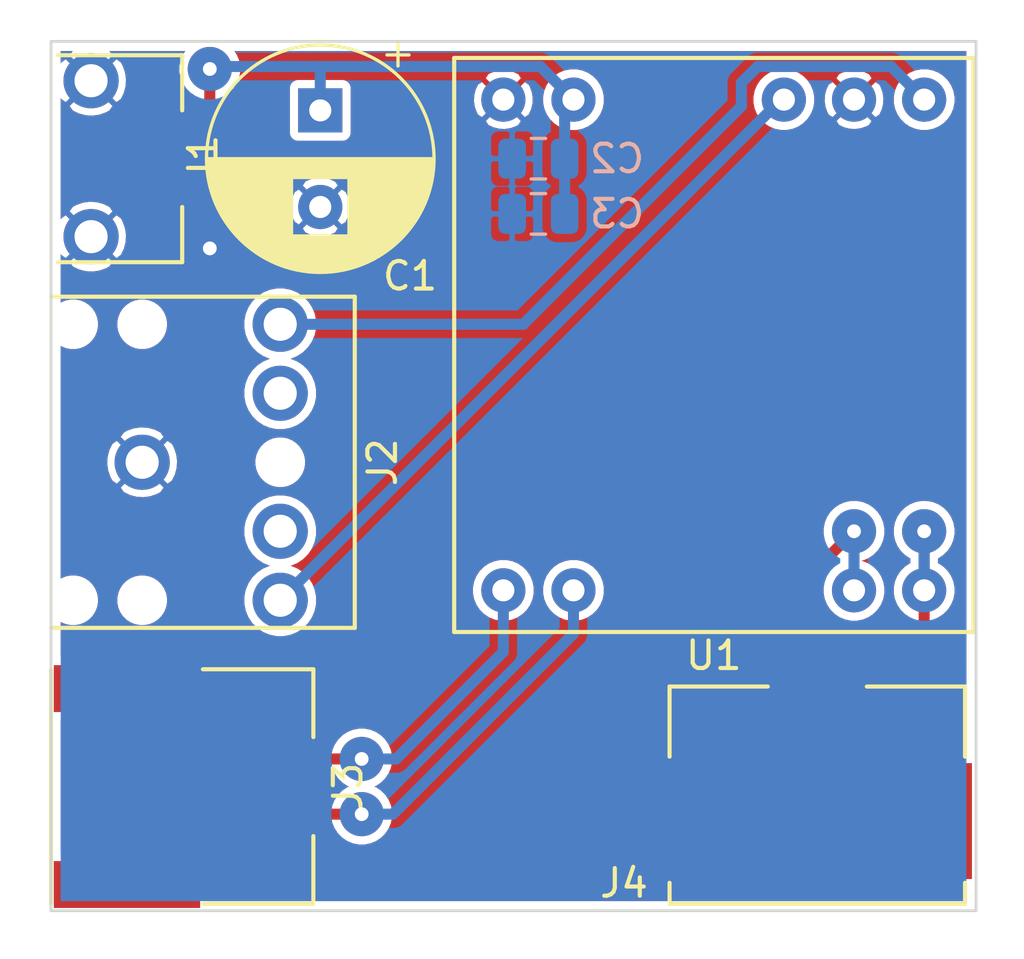
<source format=kicad_pcb>
(kicad_pcb (version 20221018) (generator pcbnew)
  (layers (0 "F.Cu" signal) (31 "B.Cu" signal) (34 "B.Paste" user) (35 "F.Paste" user) (36 "B.SilkS" user "B.Silkscreen") (37 "F.SilkS" user "F.Silkscreen") (38 "B.Mask" user) (39 "F.Mask" user) (44 "Edge.Cuts" user))
  (net 0 "")
  (net 1 "GND")
  (net 2 "+5V")
  (net 3 "Net-(J1-Pad4)")
  (net 4 "Net-(J1-Pad3)")
  (net 5 "Net-(J1-Pad2)")
  (net 6 "/LEFT_IN")
  (net 7 "Net-(J2-PadTN)")
  (net 8 "Net-(J2-PadRN)")
  (net 9 "/RIGHT_IN")
  (net 10 "Net-(J3-Pad1)")
  (net 11 "Net-(J3-Pad2)")
  (net 12 "Net-(J4-Pad1)")
  (net 13 "Net-(J4-Pad2)")
  (footprint "Capacitor_THT:CP_Radial_D8.0mm_P3.50mm" (layer "F.Cu") (at 137.5 112 -90)
    (fp_text reference "C1" (at 6 -3.25 180) (layer "F.SilkS"))
    (fp_text value "1m")
    (fp_line (start -2.409698 -2.815) (end -1.609698 -2.815) (stroke (width 0.12)) (layer "F.SilkS"))
    (fp_line (start -2.009698 -3.215) (end -2.009698 -2.415) (stroke (width 0.12)) (layer "F.SilkS"))
    (fp_line (start 1.75 -4.08) (end 1.75 4.08) (stroke (width 0.12)) (layer "F.SilkS"))
    (fp_line (start 1.79 -4.08) (end 1.79 4.08) (stroke (width 0.12)) (layer "F.SilkS"))
    (fp_line (start 1.83 -4.08) (end 1.83 4.08) (stroke (width 0.12)) (layer "F.SilkS"))
    (fp_line (start 1.87 -4.079) (end 1.87 4.079) (stroke (width 0.12)) (layer "F.SilkS"))
    (fp_line (start 1.91 -4.077) (end 1.91 4.077) (stroke (width 0.12)) (layer "F.SilkS"))
    (fp_line (start 1.95 -4.076) (end 1.95 4.076) (stroke (width 0.12)) (layer "F.SilkS"))
    (fp_line (start 1.99 -4.074) (end 1.99 4.074) (stroke (width 0.12)) (layer "F.SilkS"))
    (fp_line (start 2.03 -4.071) (end 2.03 4.071) (stroke (width 0.12)) (layer "F.SilkS"))
    (fp_line (start 2.07 -4.068) (end 2.07 4.068) (stroke (width 0.12)) (layer "F.SilkS"))
    (fp_line (start 2.11 -4.065) (end 2.11 4.065) (stroke (width 0.12)) (layer "F.SilkS"))
    (fp_line (start 2.15 -4.061) (end 2.15 4.061) (stroke (width 0.12)) (layer "F.SilkS"))
    (fp_line (start 2.19 -4.057) (end 2.19 4.057) (stroke (width 0.12)) (layer "F.SilkS"))
    (fp_line (start 2.23 -4.052) (end 2.23 4.052) (stroke (width 0.12)) (layer "F.SilkS"))
    (fp_line (start 2.27 -4.048) (end 2.27 4.048) (stroke (width 0.12)) (layer "F.SilkS"))
    (fp_line (start 2.31 -4.042) (end 2.31 4.042) (stroke (width 0.12)) (layer "F.SilkS"))
    (fp_line (start 2.35 -4.037) (end 2.35 4.037) (stroke (width 0.12)) (layer "F.SilkS"))
    (fp_line (start 2.39 -4.03) (end 2.39 4.03) (stroke (width 0.12)) (layer "F.SilkS"))
    (fp_line (start 2.43 -4.024) (end 2.43 4.024) (stroke (width 0.12)) (layer "F.SilkS"))
    (fp_line (start 2.471 -4.017) (end 2.471 -1.04) (stroke (width 0.12)) (layer "F.SilkS"))
    (fp_line (start 2.471 1.04) (end 2.471 4.017) (stroke (width 0.12)) (layer "F.SilkS"))
    (fp_line (start 2.511 -4.01) (end 2.511 -1.04) (stroke (width 0.12)) (layer "F.SilkS"))
    (fp_line (start 2.511 1.04) (end 2.511 4.01) (stroke (width 0.12)) (layer "F.SilkS"))
    (fp_line (start 2.551 -4.002) (end 2.551 -1.04) (stroke (width 0.12)) (layer "F.SilkS"))
    (fp_line (start 2.551 1.04) (end 2.551 4.002) (stroke (width 0.12)) (layer "F.SilkS"))
    (fp_line (start 2.591 -3.994) (end 2.591 -1.04) (stroke (width 0.12)) (layer "F.SilkS"))
    (fp_line (start 2.591 1.04) (end 2.591 3.994) (stroke (width 0.12)) (layer "F.SilkS"))
    (fp_line (start 2.631 -3.985) (end 2.631 -1.04) (stroke (width 0.12)) (layer "F.SilkS"))
    (fp_line (start 2.631 1.04) (end 2.631 3.985) (stroke (width 0.12)) (layer "F.SilkS"))
    (fp_line (start 2.671 -3.976) (end 2.671 -1.04) (stroke (width 0.12)) (layer "F.SilkS"))
    (fp_line (start 2.671 1.04) (end 2.671 3.976) (stroke (width 0.12)) (layer "F.SilkS"))
    (fp_line (start 2.711 -3.967) (end 2.711 -1.04) (stroke (width 0.12)) (layer "F.SilkS"))
    (fp_line (start 2.711 1.04) (end 2.711 3.967) (stroke (width 0.12)) (layer "F.SilkS"))
    (fp_line (start 2.751 -3.957) (end 2.751 -1.04) (stroke (width 0.12)) (layer "F.SilkS"))
    (fp_line (start 2.751 1.04) (end 2.751 3.957) (stroke (width 0.12)) (layer "F.SilkS"))
    (fp_line (start 2.791 -3.947) (end 2.791 -1.04) (stroke (width 0.12)) (layer "F.SilkS"))
    (fp_line (start 2.791 1.04) (end 2.791 3.947) (stroke (width 0.12)) (layer "F.SilkS"))
    (fp_line (start 2.831 -3.936) (end 2.831 -1.04) (stroke (width 0.12)) (layer "F.SilkS"))
    (fp_line (start 2.831 1.04) (end 2.831 3.936) (stroke (width 0.12)) (layer "F.SilkS"))
    (fp_line (start 2.871 -3.925) (end 2.871 -1.04) (stroke (width 0.12)) (layer "F.SilkS"))
    (fp_line (start 2.871 1.04) (end 2.871 3.925) (stroke (width 0.12)) (layer "F.SilkS"))
    (fp_line (start 2.911 -3.914) (end 2.911 -1.04) (stroke (width 0.12)) (layer "F.SilkS"))
    (fp_line (start 2.911 1.04) (end 2.911 3.914) (stroke (width 0.12)) (layer "F.SilkS"))
    (fp_line (start 2.951 -3.902) (end 2.951 -1.04) (stroke (width 0.12)) (layer "F.SilkS"))
    (fp_line (start 2.951 1.04) (end 2.951 3.902) (stroke (width 0.12)) (layer "F.SilkS"))
    (fp_line (start 2.991 -3.889) (end 2.991 -1.04) (stroke (width 0.12)) (layer "F.SilkS"))
    (fp_line (start 2.991 1.04) (end 2.991 3.889) (stroke (width 0.12)) (layer "F.SilkS"))
    (fp_line (start 3.031 -3.877) (end 3.031 -1.04) (stroke (width 0.12)) (layer "F.SilkS"))
    (fp_line (start 3.031 1.04) (end 3.031 3.877) (stroke (width 0.12)) (layer "F.SilkS"))
    (fp_line (start 3.071 -3.863) (end 3.071 -1.04) (stroke (width 0.12)) (layer "F.SilkS"))
    (fp_line (start 3.071 1.04) (end 3.071 3.863) (stroke (width 0.12)) (layer "F.SilkS"))
    (fp_line (start 3.111 -3.85) (end 3.111 -1.04) (stroke (width 0.12)) (layer "F.SilkS"))
    (fp_line (start 3.111 1.04) (end 3.111 3.85) (stroke (width 0.12)) (layer "F.SilkS"))
    (fp_line (start 3.151 -3.835) (end 3.151 -1.04) (stroke (width 0.12)) (layer "F.SilkS"))
    (fp_line (start 3.151 1.04) (end 3.151 3.835) (stroke (width 0.12)) (layer "F.SilkS"))
    (fp_line (start 3.191 -3.821) (end 3.191 -1.04) (stroke (width 0.12)) (layer "F.SilkS"))
    (fp_line (start 3.191 1.04) (end 3.191 3.821) (stroke (width 0.12)) (layer "F.SilkS"))
    (fp_line (start 3.231 -3.805) (end 3.231 -1.04) (stroke (width 0.12)) (layer "F.SilkS"))
    (fp_line (start 3.231 1.04) (end 3.231 3.805) (stroke (width 0.12)) (layer "F.SilkS"))
    (fp_line (start 3.271 -3.79) (end 3.271 -1.04) (stroke (width 0.12)) (layer "F.SilkS"))
    (fp_line (start 3.271 1.04) (end 3.271 3.79) (stroke (width 0.12)) (layer "F.SilkS"))
    (fp_line (start 3.311 -3.774) (end 3.311 -1.04) (stroke (width 0.12)) (layer "F.SilkS"))
    (fp_line (start 3.311 1.04) (end 3.311 3.774) (stroke (width 0.12)) (layer "F.SilkS"))
    (fp_line (start 3.351 -3.757) (end 3.351 -1.04) (stroke (width 0.12)) (layer "F.SilkS"))
    (fp_line (start 3.351 1.04) (end 3.351 3.757) (stroke (width 0.12)) (layer "F.SilkS"))
    (fp_line (start 3.391 -3.74) (end 3.391 -1.04) (stroke (width 0.12)) (layer "F.SilkS"))
    (fp_line (start 3.391 1.04) (end 3.391 3.74) (stroke (width 0.12)) (layer "F.SilkS"))
    (fp_line (start 3.431 -3.722) (end 3.431 -1.04) (stroke (width 0.12)) (layer "F.SilkS"))
    (fp_line (start 3.431 1.04) (end 3.431 3.722) (stroke (width 0.12)) (layer "F.SilkS"))
    (fp_line (start 3.471 -3.704) (end 3.471 -1.04) (stroke (width 0.12)) (layer "F.SilkS"))
    (fp_line (start 3.471 1.04) (end 3.471 3.704) (stroke (width 0.12)) (layer "F.SilkS"))
    (fp_line (start 3.511 -3.686) (end 3.511 -1.04) (stroke (width 0.12)) (layer "F.SilkS"))
    (fp_line (start 3.511 1.04) (end 3.511 3.686) (stroke (width 0.12)) (layer "F.SilkS"))
    (fp_line (start 3.551 -3.666) (end 3.551 -1.04) (stroke (width 0.12)) (layer "F.SilkS"))
    (fp_line (start 3.551 1.04) (end 3.551 3.666) (stroke (width 0.12)) (layer "F.SilkS"))
    (fp_line (start 3.591 -3.647) (end 3.591 -1.04) (stroke (width 0.12)) (layer "F.SilkS"))
    (fp_line (start 3.591 1.04) (end 3.591 3.647) (stroke (width 0.12)) (layer "F.SilkS"))
    (fp_line (start 3.631 -3.627) (end 3.631 -1.04) (stroke (width 0.12)) (layer "F.SilkS"))
    (fp_line (start 3.631 1.04) (end 3.631 3.627) (stroke (width 0.12)) (layer "F.SilkS"))
    (fp_line (start 3.671 -3.606) (end 3.671 -1.04) (stroke (width 0.12)) (layer "F.SilkS"))
    (fp_line (start 3.671 1.04) (end 3.671 3.606) (stroke (width 0.12)) (layer "F.SilkS"))
    (fp_line (start 3.711 -3.584) (end 3.711 -1.04) (stroke (width 0.12)) (layer "F.SilkS"))
    (fp_line (start 3.711 1.04) (end 3.711 3.584) (stroke (width 0.12)) (layer "F.SilkS"))
    (fp_line (start 3.751 -3.562) (end 3.751 -1.04) (stroke (width 0.12)) (layer "F.SilkS"))
    (fp_line (start 3.751 1.04) (end 3.751 3.562) (stroke (width 0.12)) (layer "F.SilkS"))
    (fp_line (start 3.791 -3.54) (end 3.791 -1.04) (stroke (width 0.12)) (layer "F.SilkS"))
    (fp_line (start 3.791 1.04) (end 3.791 3.54) (stroke (width 0.12)) (layer "F.SilkS"))
    (fp_line (start 3.831 -3.517) (end 3.831 -1.04) (stroke (width 0.12)) (layer "F.SilkS"))
    (fp_line (start 3.831 1.04) (end 3.831 3.517) (stroke (width 0.12)) (layer "F.SilkS"))
    (fp_line (start 3.871 -3.493) (end 3.871 -1.04) (stroke (width 0.12)) (layer "F.SilkS"))
    (fp_line (start 3.871 1.04) (end 3.871 3.493) (stroke (width 0.12)) (layer "F.SilkS"))
    (fp_line (start 3.911 -3.469) (end 3.911 -1.04) (stroke (width 0.12)) (layer "F.SilkS"))
    (fp_line (start 3.911 1.04) (end 3.911 3.469) (stroke (width 0.12)) (layer "F.SilkS"))
    (fp_line (start 3.951 -3.444) (end 3.951 -1.04) (stroke (width 0.12)) (layer "F.SilkS"))
    (fp_line (start 3.951 1.04) (end 3.951 3.444) (stroke (width 0.12)) (layer "F.SilkS"))
    (fp_line (start 3.991 -3.418) (end 3.991 -1.04) (stroke (width 0.12)) (layer "F.SilkS"))
    (fp_line (start 3.991 1.04) (end 3.991 3.418) (stroke (width 0.12)) (layer "F.SilkS"))
    (fp_line (start 4.031 -3.392) (end 4.031 -1.04) (stroke (width 0.12)) (layer "F.SilkS"))
    (fp_line (start 4.031 1.04) (end 4.031 3.392) (stroke (width 0.12)) (layer "F.SilkS"))
    (fp_line (start 4.071 -3.365) (end 4.071 -1.04) (stroke (width 0.12)) (layer "F.SilkS"))
    (fp_line (start 4.071 1.04) (end 4.071 3.365) (stroke (width 0.12)) (layer "F.SilkS"))
    (fp_line (start 4.111 -3.338) (end 4.111 -1.04) (stroke (width 0.12)) (layer "F.SilkS"))
    (fp_line (start 4.111 1.04) (end 4.111 3.338) (stroke (width 0.12)) (layer "F.SilkS"))
    (fp_line (start 4.151 -3.309) (end 4.151 -1.04) (stroke (width 0.12)) (layer "F.SilkS"))
    (fp_line (start 4.151 1.04) (end 4.151 3.309) (stroke (width 0.12)) (layer "F.SilkS"))
    (fp_line (start 4.191 -3.28) (end 4.191 -1.04) (stroke (width 0.12)) (layer "F.SilkS"))
    (fp_line (start 4.191 1.04) (end 4.191 3.28) (stroke (width 0.12)) (layer "F.SilkS"))
    (fp_line (start 4.231 -3.25) (end 4.231 -1.04) (stroke (width 0.12)) (layer "F.SilkS"))
    (fp_line (start 4.231 1.04) (end 4.231 3.25) (stroke (width 0.12)) (layer "F.SilkS"))
    (fp_line (start 4.271 -3.22) (end 4.271 -1.04) (stroke (width 0.12)) (layer "F.SilkS"))
    (fp_line (start 4.271 1.04) (end 4.271 3.22) (stroke (width 0.12)) (layer "F.SilkS"))
    (fp_line (start 4.311 -3.189) (end 4.311 -1.04) (stroke (width 0.12)) (layer "F.SilkS"))
    (fp_line (start 4.311 1.04) (end 4.311 3.189) (stroke (width 0.12)) (layer "F.SilkS"))
    (fp_line (start 4.351 -3.156) (end 4.351 -1.04) (stroke (width 0.12)) (layer "F.SilkS"))
    (fp_line (start 4.351 1.04) (end 4.351 3.156) (stroke (width 0.12)) (layer "F.SilkS"))
    (fp_line (start 4.391 -3.124) (end 4.391 -1.04) (stroke (width 0.12)) (layer "F.SilkS"))
    (fp_line (start 4.391 1.04) (end 4.391 3.124) (stroke (width 0.12)) (layer "F.SilkS"))
    (fp_line (start 4.431 -3.09) (end 4.431 -1.04) (stroke (width 0.12)) (layer "F.SilkS"))
    (fp_line (start 4.431 1.04) (end 4.431 3.09) (stroke (width 0.12)) (layer "F.SilkS"))
    (fp_line (start 4.471 -3.055) (end 4.471 -1.04) (stroke (width 0.12)) (layer "F.SilkS"))
    (fp_line (start 4.471 1.04) (end 4.471 3.055) (stroke (width 0.12)) (layer "F.SilkS"))
    (fp_line (start 4.511 -3.019) (end 4.511 -1.04) (stroke (width 0.12)) (layer "F.SilkS"))
    (fp_line (start 4.511 1.04) (end 4.511 3.019) (stroke (width 0.12)) (layer "F.SilkS"))
    (fp_line (start 4.551 -2.983) (end 4.551 2.983) (stroke (width 0.12)) (layer "F.SilkS"))
    (fp_line (start 4.591 -2.945) (end 4.591 2.945) (stroke (width 0.12)) (layer "F.SilkS"))
    (fp_line (start 4.631 -2.907) (end 4.631 2.907) (stroke (width 0.12)) (layer "F.SilkS"))
    (fp_line (start 4.671 -2.867) (end 4.671 2.867) (stroke (width 0.12)) (layer "F.SilkS"))
    (fp_line (start 4.711 -2.826) (end 4.711 2.826) (stroke (width 0.12)) (layer "F.SilkS"))
    (fp_line (start 4.751 -2.784) (end 4.751 2.784) (stroke (width 0.12)) (layer "F.SilkS"))
    (fp_line (start 4.791 -2.741) (end 4.791 2.741) (stroke (width 0.12)) (layer "F.SilkS"))
    (fp_line (start 4.831 -2.697) (end 4.831 2.697) (stroke (width 0.12)) (layer "F.SilkS"))
    (fp_line (start 4.871 -2.651) (end 4.871 2.651) (stroke (width 0.12)) (layer "F.SilkS"))
    (fp_line (start 4.911 -2.604) (end 4.911 2.604) (stroke (width 0.12)) (layer "F.SilkS"))
    (fp_line (start 4.951 -2.556) (end 4.951 2.556) (stroke (width 0.12)) (layer "F.SilkS"))
    (fp_line (start 4.991 -2.505) (end 4.991 2.505) (stroke (width 0.12)) (layer "F.SilkS"))
    (fp_line (start 5.031 -2.454) (end 5.031 2.454) (stroke (width 0.12)) (layer "F.SilkS"))
    (fp_line (start 5.071 -2.4) (end 5.071 2.4) (stroke (width 0.12)) (layer "F.SilkS"))
    (fp_line (start 5.111 -2.345) (end 5.111 2.345) (stroke (width 0.12)) (layer "F.SilkS"))
    (fp_line (start 5.151 -2.287) (end 5.151 2.287) (stroke (width 0.12)) (layer "F.SilkS"))
    (fp_line (start 5.191 -2.228) (end 5.191 2.228) (stroke (width 0.12)) (layer "F.SilkS"))
    (fp_line (start 5.231 -2.166) (end 5.231 2.166) (stroke (width 0.12)) (layer "F.SilkS"))
    (fp_line (start 5.271 -2.102) (end 5.271 2.102) (stroke (width 0.12)) (layer "F.SilkS"))
    (fp_line (start 5.311 -2.034) (end 5.311 2.034) (stroke (width 0.12)) (layer "F.SilkS"))
    (fp_line (start 5.351 -1.964) (end 5.351 1.964) (stroke (width 0.12)) (layer "F.SilkS"))
    (fp_line (start 5.391 -1.89) (end 5.391 1.89) (stroke (width 0.12)) (layer "F.SilkS"))
    (fp_line (start 5.431 -1.813) (end 5.431 1.813) (stroke (width 0.12)) (layer "F.SilkS"))
    (fp_line (start 5.471 -1.731) (end 5.471 1.731) (stroke (width 0.12)) (layer "F.SilkS"))
    (fp_line (start 5.511 -1.645) (end 5.511 1.645) (stroke (width 0.12)) (layer "F.SilkS"))
    (fp_line (start 5.551 -1.552) (end 5.551 1.552) (stroke (width 0.12)) (layer "F.SilkS"))
    (fp_line (start 5.591 -1.453) (end 5.591 1.453) (stroke (width 0.12)) (layer "F.SilkS"))
    (fp_line (start 5.631 -1.346) (end 5.631 1.346) (stroke (width 0.12)) (layer "F.SilkS"))
    (fp_line (start 5.671 -1.229) (end 5.671 1.229) (stroke (width 0.12)) (layer "F.SilkS"))
    (fp_line (start 5.711 -1.098) (end 5.711 1.098) (stroke (width 0.12)) (layer "F.SilkS"))
    (fp_line (start 5.751 -0.948) (end 5.751 0.948) (stroke (width 0.12)) (layer "F.SilkS"))
    (fp_line (start 5.791 -0.768) (end 5.791 0.768) (stroke (width 0.12)) (layer "F.SilkS"))
    (fp_line (start 5.831 -0.533) (end 5.831 0.533) (stroke (width 0.12)) (layer "F.SilkS"))
    (fp_circle (center 1.75 0) (end 5.87 0) (stroke (width 0.12)) (fill none) (layer "F.SilkS"))
    (pad "1" thru_hole rect (at 0 0 270) (size 1.6 1.6) (drill 0.8) (layers "*.Cu" "*.Mask") (net 2 "+5V"))
    (pad "2" thru_hole circle (at 3.5 0 270) (size 1.6 1.6) (drill 0.8) (layers "*.Cu" "*.Mask") (net 1 "GND"))
  )
  (footprint "extraparts:USB_Micro-B_U254-05" (layer "F.Cu") (at 127.75 113.75 -90)
    (fp_text reference "J1" (at 0 -5.5 -90) (layer "F.SilkS"))
    (fp_text value "USB_B_Micro")
    (fp_line (start -3.75 -4.75) (end -3.75 -0.25) (stroke (width 0.15)) (layer "F.SilkS"))
    (fp_line (start -1.75 -4.75) (end -3.75 -4.75) (stroke (width 0.15)) (layer "F.SilkS"))
    (fp_line (start 1.75 -4.75) (end 3.75 -4.75) (stroke (width 0.15)) (layer "F.SilkS"))
    (fp_line (start 3.75 -4.75) (end 3.75 -0.25) (stroke (width 0.15)) (layer "F.SilkS"))
    (pad "1" smd rect (at -1.3 -4.1 270) (size 0.4 1.4) (layers "F.Cu" "F.Paste" "F.Mask") (net 2 "+5V"))
    (pad "2" smd rect (at -0.65 -4.1 270) (size 0.4 1.4) (layers "F.Cu" "F.Paste" "F.Mask") (net 5 "Net-(J1-Pad2)"))
    (pad "3" smd rect (at 0 -4.1 270) (size 0.4 1.4) (layers "F.Cu" "F.Paste" "F.Mask") (net 4 "Net-(J1-Pad3)"))
    (pad "4" smd rect (at 0.65 -4.1 270) (size 0.4 1.4) (layers "F.Cu" "F.Paste" "F.Mask") (net 3 "Net-(J1-Pad4)"))
    (pad "5" smd rect (at 1.3 -4.1 270) (size 0.4 1.4) (layers "F.Cu" "F.Paste" "F.Mask") (net 1 "GND"))
    (pad "6" smd rect (at -3.1 -3.95 270) (size 1 1) (layers "F.Cu" "F.Paste" "F.Mask") (net 1 "GND"))
    (pad "6" thru_hole circle (at -2.825 -1.45 270) (size 2 2) (drill 1.2) (layers "*.Cu" "*.Mask") (net 1 "GND"))
    (pad "6" thru_hole circle (at 2.825 -1.45 270) (size 2 2) (drill 1.2) (layers "*.Cu" "*.Mask") (net 1 "GND"))
    (pad "6" smd rect (at 3.1 -3.95 270) (size 1 1) (layers "F.Cu" "F.Paste" "F.Mask") (net 1 "GND"))
  )
  (footprint "extraparts:SJ1-3525N" (layer "F.Cu") (at 127.75 124.75 -90)
    (fp_text reference "J2" (at 0 -12 90) (layer "F.SilkS"))
    (fp_text value "AudioJack3_SwitchTR")
    (fp_line (start -6 -11) (end 6 -11) (stroke (width 0.15)) (layer "F.SilkS"))
    (fp_line (start -6 0) (end -6 -11) (stroke (width 0.15)) (layer "F.SilkS"))
    (fp_line (start 6 0) (end 6 -11) (stroke (width 0.15)) (layer "F.SilkS"))
    (pad "" np_thru_hole circle (at -5 -3.3 270) (size 1.2 1.2) (drill 1.2) (layers "*.Cu" "*.Mask"))
    (pad "" np_thru_hole circle (at -5 -0.8 270) (size 1.2 1.2) (drill 1.2) (layers "*.Cu" "*.Mask"))
    (pad "" np_thru_hole circle (at 0 -8.3 270) (size 1.2 1.2) (drill 1.2) (layers "*.Cu" "*.Mask"))
    (pad "" np_thru_hole circle (at 5 -3.3 270) (size 1.2 1.2) (drill 1.2) (layers "*.Cu" "*.Mask"))
    (pad "" np_thru_hole circle (at 5 -0.8 270) (size 1.2 1.2) (drill 1.2) (layers "*.Cu" "*.Mask"))
    (pad "R" thru_hole circle (at -5 -8.3 270) (size 2 2) (drill 1.2) (layers "*.Cu" "*.Mask") (net 9 "/RIGHT_IN"))
    (pad "RN" thru_hole circle (at -2.5 -8.3) (size 2 2) (drill 1.2) (layers "*.Cu" "*.Mask") (net 8 "Net-(J2-PadRN)"))
    (pad "S" thru_hole circle (at 0 -3.3 270) (size 2 2) (drill 1.2) (layers "*.Cu" "*.Mask") (net 1 "GND"))
    (pad "T" thru_hole circle (at 5 -8.3 270) (size 2 2) (drill 1.2) (layers "*.Cu" "*.Mask") (net 6 "/LEFT_IN"))
    (pad "TN" thru_hole circle (at 2.5 -8.3 270) (size 2 2) (drill 1.2) (layers "*.Cu" "*.Mask") (net 7 "Net-(J2-PadTN)"))
  )
  (footprint "extraparts:Molex_DuraClik_RH_2pin" (layer "F.Cu") (at 127.75 136.5 -90)
    (fp_text reference "J3" (at 0 -10.75 90) (layer "F.SilkS"))
    (fp_text value "Left_Out")
    (fp_line (start -4.25 -9.5) (end -4.25 -5.5) (stroke (width 0.15)) (layer "F.SilkS"))
    (fp_line (start -4.25 0) (end 4.25 0) (stroke (width 0.15)) (layer "F.SilkS"))
    (fp_line (start -1.794 -9.5) (end -4.25 -9.5) (stroke (width 0.15)) (layer "F.SilkS"))
    (fp_line (start 1.794 -9.5) (end 4.25 -9.5) (stroke (width 0.15)) (layer "F.SilkS"))
    (fp_line (start 4.25 -9.5) (end 4.25 -5.5) (stroke (width 0.15)) (layer "F.SilkS"))
    (pad "1" smd rect (at -1 -8.23 270) (size 1.2 3.2) (layers "F.Cu" "F.Paste" "F.Mask") (net 10 "Net-(J3-Pad1)"))
    (pad "2" smd rect (at 1 -8.23 270) (size 1.2 3.2) (layers "F.Cu" "F.Paste" "F.Mask") (net 11 "Net-(J3-Pad2)"))
    (pad "MP" smd rect (at -3.55 -2.75 270) (size 1.7 5.3) (layers "F.Cu" "F.Paste" "F.Mask"))
    (pad "MP" smd rect (at 3.55 -2.75 270) (size 1.7 5.3) (layers "F.Cu" "F.Paste" "F.Mask"))
  )
  (footprint "extraparts:PAM8403_Breakout" (layer "F.Cu") (at 151.75 120.5 180)
    (fp_text reference "U1" (at 0 -11.25) (layer "F.SilkS"))
    (fp_text value "PAM8403_Breakout")
    (fp_line (start -9.4 -10.4) (end -9.4 10.4) (stroke (width 0.15)) (layer "F.SilkS"))
    (fp_line (start -9.4 10.4) (end 9.4 10.4) (stroke (width 0.15)) (layer "F.SilkS"))
    (fp_line (start 9.4 -10.4) (end -9.4 -10.4) (stroke (width 0.15)) (layer "F.SilkS"))
    (fp_line (start 9.4 10.4) (end 9.4 -10.4) (stroke (width 0.15)) (layer "F.SilkS"))
    (pad "1" thru_hole circle (at 7.62 -8.89 180) (size 1.6 1.6) (drill 0.8) (layers "*.Cu" "*.Mask") (net 10 "Net-(J3-Pad1)"))
    (pad "2" thru_hole circle (at 5.08 -8.89 180) (size 1.6 1.6) (drill 0.8) (layers "*.Cu" "*.Mask") (net 11 "Net-(J3-Pad2)"))
    (pad "3" thru_hole circle (at -5.08 -8.89 180) (size 1.6 1.6) (drill 0.8) (layers "*.Cu" "*.Mask") (net 13 "Net-(J4-Pad2)"))
    (pad "4" thru_hole circle (at -7.62 -8.89 180) (size 1.6 1.6) (drill 0.8) (layers "*.Cu" "*.Mask") (net 12 "Net-(J4-Pad1)"))
    (pad "5" thru_hole circle (at -7.62 8.89 180) (size 1.6 1.6) (drill 0.8) (layers "*.Cu" "*.Mask") (net 9 "/RIGHT_IN"))
    (pad "6" thru_hole circle (at -5.08 8.89 180) (size 1.6 1.6) (drill 0.8) (layers "*.Cu" "*.Mask") (net 1 "GND"))
    (pad "7" thru_hole circle (at -2.54 8.89 180) (size 1.6 1.6) (drill 0.8) (layers "*.Cu" "*.Mask") (net 6 "/LEFT_IN"))
    (pad "8" thru_hole circle (at 5.08 8.89 180) (size 1.6 1.6) (drill 0.8) (layers "*.Cu" "*.Mask") (net 2 "+5V"))
    (pad "9" thru_hole circle (at 7.62 8.89 180) (size 1.6 1.6) (drill 0.8) (layers "*.Cu" "*.Mask") (net 1 "GND"))
  )
  (footprint "extraparts:Molex_DuraClik_Vert_2pin" (layer "F.Cu") (at 155.5 140.75)
    (fp_text reference "J4" (at -7 -0.75) (layer "F.SilkS"))
    (fp_text value "Right_Out")
    (fp_line (start -5.35 -7.874) (end -5.35 -5.334) (stroke (width 0.15)) (layer "F.SilkS"))
    (fp_line (start -5.35 -0.762) (end -5.35 0) (stroke (width 0.15)) (layer "F.SilkS"))
    (fp_line (start -5.35 0) (end 5.35 0) (stroke (width 0.15)) (layer "F.SilkS"))
    (fp_line (start -1.794 -7.874) (end -5.35 -7.874) (stroke (width 0.15)) (layer "F.SilkS"))
    (fp_line (start 1.794 -7.874) (end 5.35 -7.874) (stroke (width 0.15)) (layer "F.SilkS"))
    (fp_line (start 5.35 -7.874) (end 5.35 -5.334) (stroke (width 0.15)) (layer "F.SilkS"))
    (fp_line (start 5.35 0) (end 5.35 -0.762) (stroke (width 0.15)) (layer "F.SilkS"))
    (pad "1" smd rect (at 1 -8.58) (size 1.2 2.2) (layers "F.Cu" "F.Paste" "F.Mask") (net 12 "Net-(J4-Pad1)"))
    (pad "2" smd rect (at -1 -8.58) (size 1.2 2.2) (layers "F.Cu" "F.Paste" "F.Mask") (net 13 "Net-(J4-Pad2)"))
    (pad "MP" smd rect (at -4.6 -3) (size 2 4.2) (layers "F.Cu" "F.Paste" "F.Mask"))
    (pad "MP" smd rect (at 4.6 -3) (size 2 4.2) (layers "F.Cu" "F.Paste" "F.Mask"))
  )
  (footprint "Capacitor_SMD:C_0805_2012Metric" (layer "B.Cu") (at 145.4 113.75 180)
    (fp_text reference "C2" (at -2.85 0) (layer "B.SilkS") (effects (justify mirror)))
    (fp_text value "10u")
    (fp_line (start -0.261252 -0.735) (end 0.261252 -0.735) (stroke (width 0.12)) (layer "B.SilkS"))
    (fp_line (start -0.261252 0.735) (end 0.261252 0.735) (stroke (width 0.12)) (layer "B.SilkS"))
    (pad "1" smd roundrect (at -0.95 0 180) (size 1 1.45) (layers "B.Cu" "B.Paste" "B.Mask") (net 2 "+5V"))
    (pad "2" smd roundrect (at 0.95 0 180) (size 1 1.45) (layers "B.Cu" "B.Paste" "B.Mask") (net 1 "GND"))
  )
  (footprint "Capacitor_SMD:C_0805_2012Metric" (layer "B.Cu") (at 145.4 115.75 180)
    (fp_text reference "C3" (at -2.85 0) (layer "B.SilkS") (effects (justify mirror)))
    (fp_text value "100n")
    (fp_line (start -0.261252 -0.735) (end 0.261252 -0.735) (stroke (width 0.12)) (layer "B.SilkS"))
    (fp_line (start -0.261252 0.735) (end 0.261252 0.735) (stroke (width 0.12)) (layer "B.SilkS"))
    (pad "1" smd roundrect (at -0.95 0 180) (size 1 1.45) (layers "B.Cu" "B.Paste" "B.Mask") (net 2 "+5V"))
    (pad "2" smd roundrect (at 0.95 0 180) (size 1 1.45) (layers "B.Cu" "B.Paste" "B.Mask") (net 1 "GND"))
  )
  (gr_line (start 127.75 141) (end 127.75 109.5) (stroke (width 0.1)) (layer "Edge.Cuts"))
  (gr_line (start 161.25 109.5) (end 161.25 141) (stroke (width 0.1)) (layer "Edge.Cuts"))
  (gr_line (start 161.25 141) (end 127.75 141) (stroke (width 0.1)) (layer "Edge.Cuts"))
  (gr_line (start 127.75 109.5) (end 161.25 109.5) (stroke (width 0.1)) (layer "Edge.Cuts"))
  (via (at 133.5 117) (size 1.6) (drill 0.5) (layers "F.Cu" "B.Cu") (net 1))
  (segment (start 132.8 112.45) (end 133.5 111.75) (width 0.4) (layer "F.Cu") (net 2))
  (segment (start 131.85 112.45) (end 132.8 112.45) (width 0.4) (layer "F.Cu") (net 2))
  (segment (start 133.5 111.75) (end 133.5 110.5) (width 0.4) (layer "F.Cu") (net 2))
  (via (at 133.5 110.5) (size 1.6) (drill 0.5) (layers "F.Cu" "B.Cu") (net 2))
  (segment (start 133.5 110.5) (end 133.590001 110.409999) (width 0.4) (layer "B.Cu") (net 2))
  (segment (start 133.590001 110.409999) (end 137.409999 110.409999) (width 0.4) (layer "B.Cu") (net 2))
  (segment (start 146.35 111.93) (end 146.67 111.61) (width 0.4) (layer "B.Cu") (net 2))
  (segment (start 137.5 110.5) (end 137.409999 110.409999) (width 0.4) (layer "B.Cu") (net 2))
  (segment (start 137.409999 110.409999) (end 145.469999 110.409999) (width 0.4) (layer "B.Cu") (net 2))
  (segment (start 137.5 112) (end 137.5 110.5) (width 0.4) (layer "B.Cu") (net 2))
  (segment (start 145.469999 110.409999) (end 146.67 111.61) (width 0.4) (layer "B.Cu") (net 2))
  (segment (start 146.35 115.75) (end 146.35 113.75) (width 0.4) (layer "B.Cu") (net 2))
  (segment (start 146.35 113.75) (end 146.35 111.93) (width 0.4) (layer "B.Cu") (net 2))
  (segment (start 136.05 129.75) (end 154.19 111.61) (width 0.4) (layer "B.Cu") (net 6))
  (segment (start 154.19 111.61) (end 154.29 111.61) (width 0.4) (layer "B.Cu") (net 6))
  (segment (start 158.169999 110.409999) (end 159.37 111.61) (width 0.4) (layer "B.Cu") (net 9))
  (segment (start 153.340001 110.409999) (end 158.169999 110.409999) (width 0.4) (layer "B.Cu") (net 9))
  (segment (start 144.850729 119.75) (end 152.75 111.850729) (width 0.4) (layer "B.Cu") (net 9))
  (segment (start 136.05 119.75) (end 144.850729 119.75) (width 0.4) (layer "B.Cu") (net 9))
  (segment (start 152.75 111.850729) (end 152.75 111) (width 0.4) (layer "B.Cu") (net 9))
  (segment (start 152.75 111) (end 153.340001 110.409999) (width 0.4) (layer "B.Cu") (net 9))
  (segment (start 135.98 135.5) (end 139 135.5) (width 0.4) (layer "F.Cu") (net 10))
  (via (at 139 135.5) (size 1.6) (drill 0.5) (layers "F.Cu" "B.Cu") (net 10))
  (segment (start 139 135.5) (end 140.25 135.5) (width 0.4) (layer "B.Cu") (net 10))
  (segment (start 140.25 135.5) (end 144.13 131.62) (width 0.4) (layer "B.Cu") (net 10))
  (segment (start 144.13 131.62) (end 144.13 129.39) (width 0.4) (layer "B.Cu") (net 10))
  (segment (start 135.98 137.5) (end 139 137.5) (width 0.4) (layer "F.Cu") (net 11))
  (via (at 139 137.5) (size 1.6) (drill 0.5) (layers "F.Cu" "B.Cu") (net 11))
  (segment (start 146.67 130.96137) (end 146.67 129.39) (width 0.4) (layer "B.Cu") (net 11))
  (segment (start 139 137.5) (end 140.13137 137.5) (width 0.4) (layer "B.Cu") (net 11))
  (segment (start 140.13137 137.5) (end 146.67 130.96137) (width 0.4) (layer "B.Cu") (net 11))
  (segment (start 156.5 132.17) (end 158.08 132.17) (width 0.4) (layer "F.Cu") (net 12))
  (segment (start 159.37 130.88) (end 159.37 127.25) (width 0.4) (layer "F.Cu") (net 12))
  (segment (start 158.08 132.17) (end 159.37 130.88) (width 0.4) (layer "F.Cu") (net 12))
  (via (at 159.37 127.25) (size 1.6) (drill 0.5) (layers "F.Cu" "B.Cu") (net 12))
  (segment (start 159.37 129.39) (end 159.37 127.25) (width 0.4) (layer "B.Cu") (net 12))
  (segment (start 154.5 129.58) (end 156.83 127.25) (width 0.4) (layer "F.Cu") (net 13))
  (segment (start 154.5 132.17) (end 154.5 129.58) (width 0.4) (layer "F.Cu") (net 13))
  (via (at 156.83 127.25) (size 1.6) (drill 0.5) (layers "F.Cu" "B.Cu") (net 13))
  (segment (start 156.83 129.39) (end 156.83 127.25) (width 0.4) (layer "B.Cu") (net 13))
  (zone (net 1) (net_name "GND") (layer "F.Cu") (connect_pads (clearance 0.2)) (min_thickness 0.2) (fill yes (thermal_gap 0.16) (thermal_bridge_width 0.4))
    (polygon (pts (xy 163 142.75) (xy 126.25 142.75) (xy 126.25 108) (xy 163 108)))
  )
  (zone (net 1) (net_name "GND") (layer "B.Cu") (connect_pads (clearance 0.2)) (min_thickness 0.2) (fill yes (thermal_gap 0.16) (thermal_bridge_width 0.4))
    (polygon (pts (xy 163 142.75) (xy 126.25 142.75) (xy 126.25 108) (xy 163 108)))
  )
)
</source>
